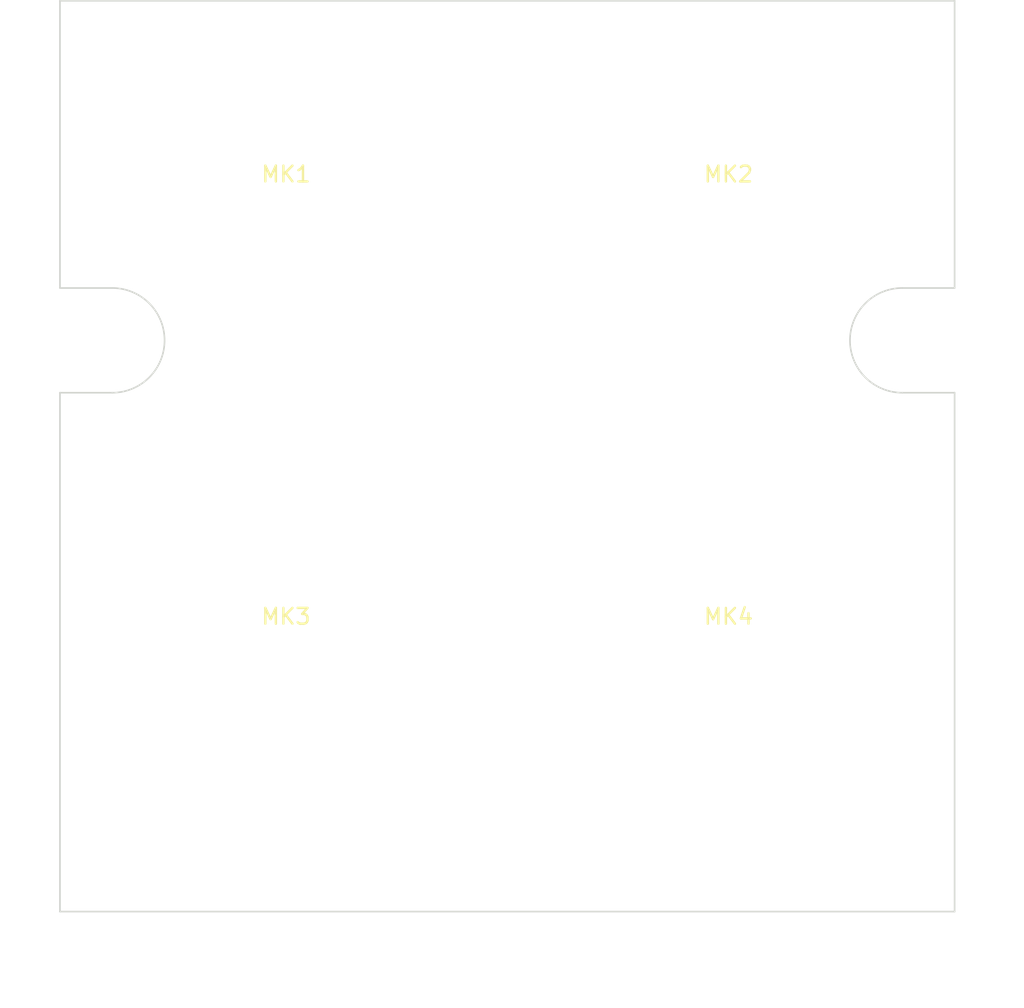
<source format=kicad_pcb>
(kicad_pcb (version 20221018) (generator pcbnew)
  (title_block (title "Enter Title On Page Setting Dialog") (rev "1") (company "Ashton Johnson"))
  (layers (0 "F.Cu" signal) (31 "B.Cu" signal) (35 "F.Paste" user) (37 "F.SilkS" user "F.Silkscreen") (39 "F.Mask" user) (44 "Edge.Cuts" user))
  (net 0 "")
  (footprint "Mounting_Holes:MountingHole_3.2mm_M3_ISO7380" (layer "F.Cu") (at 87.695 96.647)
    (fp_text reference "MK1" (at 0 -3.85) (layer "F.SilkS"))
    (fp_text value "Mounting_Hole")
    (pad "" np_thru_hole circle locked (at 0 0) (size 3.2 3.2) (drill 3.2) (layers "*.Cu" "*.Mask"))
  )
  (footprint "Mounting_Holes:MountingHole_3.2mm_M3_ISO7380" (layer "F.Cu") (at 115.695 96.647)
    (fp_text reference "MK2" (at 0 -3.85) (layer "F.SilkS"))
    (fp_text value "Mounting_Hole")
    (pad "" np_thru_hole circle locked (at 0 0) (size 3.2 3.2) (drill 3.2) (layers "*.Cu" "*.Mask"))
  )
  (footprint "Mounting_Holes:MountingHole_3.2mm_M3_ISO7380" (layer "F.Cu") (at 87.695 124.647)
    (fp_text reference "MK3" (at 0 -3.85) (layer "F.SilkS"))
    (fp_text value "Mounting_Hole")
    (pad "" np_thru_hole circle locked (at 0 0) (size 3.2 3.2) (drill 3.2) (layers "*.Cu" "*.Mask"))
  )
  (footprint "Mounting_Holes:MountingHole_3.2mm_M3_ISO7380" (layer "F.Cu") (at 115.695 124.647)
    (fp_text reference "MK4" (at 0 -3.85) (layer "F.SilkS"))
    (fp_text value "Mounting_Hole")
    (pad "" np_thru_hole circle locked (at 0 0) (size 3.2 3.2) (drill 3.2) (layers "*.Cu" "*.Mask"))
  )
  (gr_line (start 76.695 106.63) (end 73.39 106.63) (stroke (width 0.1)) (layer "Edge.Cuts"))
  (gr_arc (start 126.695 106.63) (mid 123.38 103.315) (end 126.695 100) (stroke (width 0.1)) (layer "Edge.Cuts"))
  (gr_line (start 130 139.477) (end 130 106.63) (stroke (width 0.1)) (layer "Edge.Cuts"))
  (gr_line (start 130 81.817) (end 73.39 81.817) (stroke (width 0.1)) (layer "Edge.Cuts"))
  (gr_line (start 130 106.63) (end 126.695 106.63) (stroke (width 0.1)) (layer "Edge.Cuts"))
  (gr_line (start 130 100) (end 130 81.817) (stroke (width 0.1)) (layer "Edge.Cuts"))
  (gr_line (start 73.39 81.817) (end 73.39 100) (stroke (width 0.1)) (layer "Edge.Cuts"))
  (gr_line (start 73.39 139.477) (end 130 139.477) (stroke (width 0.1)) (layer "Edge.Cuts"))
  (gr_line (start 73.39 100) (end 76.695 100) (stroke (width 0.1)) (layer "Edge.Cuts"))
  (gr_line (start 73.39 106.63) (end 73.39 139.477) (stroke (width 0.1)) (layer "Edge.Cuts"))
  (gr_line (start 126.695 100) (end 130 100) (stroke (width 0.1)) (layer "Edge.Cuts"))
  (gr_arc (start 76.695 100) (mid 80.01 103.315) (end 76.695 106.63) (stroke (width 0.1)) (layer "Edge.Cuts"))
)
</source>
